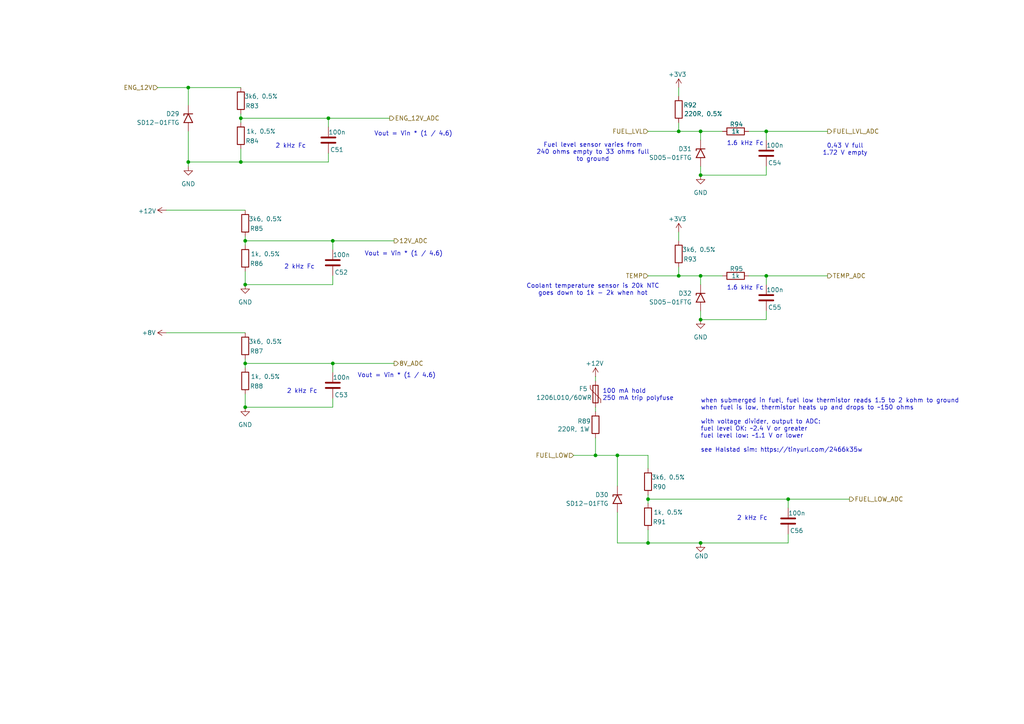
<source format=kicad_sch>
(kicad_sch (version 20231120) (generator "eeschema") (generator_version "8.0")
  (paper "A4")
  (lib_symbols
    (symbol "Device:C" (pin_numbers hide) (pin_names (offset 0.254))
      (property "Reference" "C" (at 0.635 2.54 0))
      (property "Value" "C" (at 0.635 -2.54 0))
      (symbol "C_0_1"
        (polyline (pts (xy -2.032 -0.762) (xy 2.032 -0.762)) (stroke (width 0.508)))
        (polyline (pts (xy -2.032 0.762) (xy 2.032 0.762)) (stroke (width 0.508)))
      )
      (symbol "C_1_1"
        (pin passive line (at 0 3.81 270) (length 2.794) (name "~") (number "1"))
        (pin passive line (at 0 -3.81 90) (length 2.794) (name "~") (number "2"))
      )
    )
    (symbol "Device:Polyfuse" (pin_numbers hide) (pin_names (offset 0))
      (property "Reference" "F" (at -2.54 0 90))
      (property "Value" "Polyfuse" (at 2.54 0 90))
      (symbol "Polyfuse_0_1"
        (rectangle (start -0.762 2.54) (end 0.762 -2.54) (stroke (width 0.254)))
        (polyline (pts (xy 0 2.54) (xy 0 -2.54)))
        (polyline (pts (xy -1.524 2.54) (xy -1.524 1.524) (xy 1.524 -1.524) (xy 1.524 -2.54)))
      )
      (symbol "Polyfuse_1_1"
        (pin passive line (at 0 3.81 270) (length 1.27) (name "~") (number "1"))
        (pin passive line (at 0 -3.81 90) (length 1.27) (name "~") (number "2"))
      )
    )
    (symbol "Device:R" (pin_numbers hide) (pin_names (offset 0))
      (property "Reference" "R" (at 2.032 0 90))
      (property "Value" "R" (at 0 0 90))
      (symbol "R_0_1"
        (rectangle (start -1.016 -2.54) (end 1.016 2.54) (stroke (width 0.254)))
      )
      (symbol "R_1_1"
        (pin passive line (at 0 3.81 270) (length 1.27) (name "~") (number "1"))
        (pin passive line (at 0 -3.81 90) (length 1.27) (name "~") (number "2"))
      )
    )
    (symbol "Diode:SM6T10A" (pin_numbers hide) (pin_names (offset 1.016) hide)
      (property "Reference" "D" (at 0 2.54 0))
      (property "Value" "SM6T10A" (at 0 -2.54 0))
      (symbol "SM6T10A_0_1"
        (polyline (pts (xy -0.762 1.27) (xy -1.27 1.27) (xy -1.27 -1.27)) (stroke (width 0.254)))
        (polyline (pts (xy 1.27 1.27) (xy 1.27 -1.27) (xy -1.27 0) (xy 1.27 1.27)) (stroke (width 0.254)))
      )
      (symbol "SM6T10A_1_1"
        (pin passive line (at -3.81 0 0) (length 2.54) (name "A1") (number "1"))
        (pin passive line (at 3.81 0 180) (length 2.54) (name "A2") (number "2"))
      )
    )
    (symbol "power:+12V" (power) (pin_numbers hide) (pin_names (offset 0) hide)
      (property "Value" "+12V" (at 0 3.556 0))
      (symbol "+12V_0_1"
        (polyline (pts (xy -0.762 1.27) (xy 0 2.54)))
        (polyline (pts (xy 0 0) (xy 0 2.54)))
        (polyline (pts (xy 0 2.54) (xy 0.762 1.27)))
      )
      (symbol "+12V_1_1"
        (pin power_in line (at 0 0 90) (length 0) (name "~") (number "1"))
      )
    )
    (symbol "power:+3V3" (power) (pin_numbers hide) (pin_names (offset 0) hide)
      (property "Value" "+3V3" (at 0 3.556 0))
      (symbol "+3V3_0_1"
        (polyline (pts (xy -0.762 1.27) (xy 0 2.54)))
        (polyline (pts (xy 0 0) (xy 0 2.54)))
        (polyline (pts (xy 0 2.54) (xy 0.762 1.27)))
      )
      (symbol "+3V3_1_1"
        (pin power_in line (at 0 0 90) (length 0) (name "~") (number "1"))
      )
    )
    (symbol "power:+8V" (power) (pin_numbers hide) (pin_names (offset 0) hide)
      (property "Value" "+8V" (at 0 3.556 0))
      (symbol "+8V_0_1"
        (polyline (pts (xy -0.762 1.27) (xy 0 2.54)))
        (polyline (pts (xy 0 0) (xy 0 2.54)))
        (polyline (pts (xy 0 2.54) (xy 0.762 1.27)))
      )
      (symbol "+8V_1_1"
        (pin power_in line (at 0 0 90) (length 0) (name "~") (number "1"))
      )
    )
    (symbol "power:GND" (power) (pin_numbers hide) (pin_names (offset 0) hide)
      (property "Value" "GND" (at 0 -3.81 0))
      (symbol "GND_0_1"
        (polyline (pts (xy 0 0) (xy 0 -1.27) (xy 1.27 -1.27) (xy 0 -2.54) (xy -1.27 -1.27) (xy 0 -1.27)))
      )
      (symbol "GND_1_1"
        (pin power_in line (at 0 0 270) (length 0) (name "~") (number "1"))
      )
    )
  )
  (junction (at 54.61 46.99))
  (junction (at 71.12 69.85))
  (junction (at 203.2 92.71))
  (junction (at 96.52 69.85))
  (junction (at 203.2 157.48))
  (junction (at 69.85 46.99))
  (junction (at 179.07 132.08))
  (junction (at 71.12 105.41))
  (junction (at 187.96 157.48))
  (junction (at 71.12 82.55))
  (junction (at 54.61 25.4))
  (junction (at 228.6 144.78))
  (junction (at 172.72 132.08))
  (junction (at 196.85 80.01))
  (junction (at 196.85 38.1))
  (junction (at 222.25 38.1))
  (junction (at 203.2 80.01))
  (junction (at 96.52 105.41))
  (junction (at 203.2 38.1))
  (junction (at 71.12 118.11))
  (junction (at 69.85 34.29))
  (junction (at 95.25 34.29))
  (junction (at 222.25 80.01))
  (junction (at 203.2 50.8))
  (junction (at 187.96 144.78))
  (wire (pts (xy 203.2 50.8) (xy 222.25 50.8)))
  (wire (pts (xy 172.72 132.08) (xy 179.07 132.08)))
  (wire (pts (xy 203.2 38.1) (xy 203.2 40.64)))
  (wire (pts (xy 96.52 69.85) (xy 114.3 69.85)))
  (wire (pts (xy 95.25 36.83) (xy 95.25 34.29)))
  (wire (pts (xy 54.61 25.4) (xy 54.61 30.48)))
  (wire (pts (xy 187.96 132.08) (xy 187.96 135.89)))
  (wire (pts (xy 71.12 78.74) (xy 71.12 82.55)))
  (wire (pts (xy 222.25 38.1) (xy 240.03 38.1)))
  (wire (pts (xy 179.07 148.59) (xy 179.07 157.48)))
  (wire (pts (xy 69.85 43.18) (xy 69.85 46.99)))
  (wire (pts (xy 172.72 109.22) (xy 172.72 110.49)))
  (wire (pts (xy 96.52 107.95) (xy 96.52 105.41)))
  (wire (pts (xy 172.72 127) (xy 172.72 132.08)))
  (wire (pts (xy 196.85 77.47) (xy 196.85 80.01)))
  (wire (pts (xy 187.96 143.51) (xy 187.96 144.78)))
  (wire (pts (xy 71.12 118.11) (xy 96.52 118.11)))
  (wire (pts (xy 196.85 38.1) (xy 187.96 38.1)))
  (wire (pts (xy 179.07 132.08) (xy 179.07 140.97)))
  (wire (pts (xy 69.85 46.99) (xy 95.25 46.99)))
  (wire (pts (xy 71.12 105.41) (xy 71.12 106.68)))
  (wire (pts (xy 69.85 34.29) (xy 95.25 34.29)))
  (wire (pts (xy 71.12 104.14) (xy 71.12 105.41)))
  (wire (pts (xy 196.85 80.01) (xy 187.96 80.01)))
  (wire (pts (xy 196.85 38.1) (xy 203.2 38.1)))
  (wire (pts (xy 203.2 80.01) (xy 203.2 82.55)))
  (wire (pts (xy 71.12 69.85) (xy 71.12 71.12)))
  (wire (pts (xy 71.12 69.85) (xy 96.52 69.85)))
  (wire (pts (xy 48.26 60.96) (xy 71.12 60.96)))
  (wire (pts (xy 222.25 80.01) (xy 240.03 80.01)))
  (wire (pts (xy 222.25 48.26) (xy 222.25 50.8)))
  (wire (pts (xy 179.07 157.48) (xy 187.96 157.48)))
  (wire (pts (xy 228.6 144.78) (xy 246.38 144.78)))
  (wire (pts (xy 69.85 33.02) (xy 69.85 34.29)))
  (wire (pts (xy 54.61 46.99) (xy 54.61 48.26)))
  (wire (pts (xy 69.85 34.29) (xy 69.85 35.56)))
  (wire (pts (xy 222.25 80.01) (xy 217.17 80.01)))
  (wire (pts (xy 203.2 80.01) (xy 209.55 80.01)))
  (wire (pts (xy 222.25 38.1) (xy 217.17 38.1)))
  (wire (pts (xy 203.2 48.26) (xy 203.2 50.8)))
  (wire (pts (xy 54.61 38.1) (xy 54.61 46.99)))
  (wire (pts (xy 187.96 144.78) (xy 187.96 146.05)))
  (wire (pts (xy 96.52 72.39) (xy 96.52 69.85)))
  (wire (pts (xy 71.12 68.58) (xy 71.12 69.85)))
  (wire (pts (xy 228.6 154.94) (xy 228.6 157.48)))
  (wire (pts (xy 196.85 67.31) (xy 196.85 69.85)))
  (wire (pts (xy 196.85 25.4) (xy 196.85 27.94)))
  (wire (pts (xy 71.12 82.55) (xy 96.52 82.55)))
  (wire (pts (xy 228.6 147.32) (xy 228.6 144.78)))
  (wire (pts (xy 48.26 96.52) (xy 71.12 96.52)))
  (wire (pts (xy 54.61 25.4) (xy 69.85 25.4)))
  (wire (pts (xy 95.25 34.29) (xy 113.03 34.29)))
  (wire (pts (xy 96.52 115.57) (xy 96.52 118.11)))
  (wire (pts (xy 203.2 157.48) (xy 228.6 157.48)))
  (wire (pts (xy 196.85 80.01) (xy 203.2 80.01)))
  (wire (pts (xy 172.72 118.11) (xy 172.72 119.38)))
  (wire (pts (xy 166.37 132.08) (xy 172.72 132.08)))
  (wire (pts (xy 71.12 105.41) (xy 96.52 105.41)))
  (wire (pts (xy 187.96 153.67) (xy 187.96 157.48)))
  (wire (pts (xy 187.96 157.48) (xy 203.2 157.48)))
  (wire (pts (xy 96.52 105.41) (xy 114.3 105.41)))
  (wire (pts (xy 96.52 80.01) (xy 96.52 82.55)))
  (wire (pts (xy 222.25 82.55) (xy 222.25 80.01)))
  (wire (pts (xy 196.85 35.56) (xy 196.85 38.1)))
  (wire (pts (xy 179.07 132.08) (xy 187.96 132.08)))
  (wire (pts (xy 95.25 44.45) (xy 95.25 46.99)))
  (wire (pts (xy 203.2 90.17) (xy 203.2 92.71)))
  (wire (pts (xy 54.61 46.99) (xy 69.85 46.99)))
  (wire (pts (xy 203.2 92.71) (xy 222.25 92.71)))
  (wire (pts (xy 187.96 144.78) (xy 228.6 144.78)))
  (wire (pts (xy 222.25 90.17) (xy 222.25 92.71)))
  (wire (pts (xy 203.2 38.1) (xy 209.55 38.1)))
  (wire (pts (xy 45.72 25.4) (xy 54.61 25.4)))
  (wire (pts (xy 222.25 40.64) (xy 222.25 38.1)))
  (wire (pts (xy 71.12 114.3) (xy 71.12 118.11)))
  (text "2 kHz Fc" (at 87.63 113.538 0) (effects (font (size 1.27 1.27))))
  (text "2 kHz Fc" (at 84.328 42.418 0) (effects (font (size 1.27 1.27))))
  (text "Vout = Vin * (1 / 4.6)" (at 117.094 73.66 0) (effects (font (size 1.27 1.27))))
  (text "2 kHz Fc" (at 86.868 77.47 0) (effects (font (size 1.27 1.27))))
  (text "1.6 kHz Fc" (at 216.154 41.656 0) (effects (font (size 1.27 1.27))))
  (text "Vout = Vin * (1 / 4.6)" (at 119.888 38.862 0) (effects (font (size 1.27 1.27))))
  (text "0.43 V full\n1.72 V empty" (at 245.11 43.434 0) (effects (font (size 1.27 1.27))))
  (text "Vout = Vin * (1 / 4.6)" (at 115.062 108.966 0) (effects (font (size 1.27 1.27))))
  (text "Coolant temperature sensor is 20k NTC\ngoes down to 1k - 2k when hot" (at 171.958 84.074 0) (effects (font (size 1.27 1.27))))
  (text "when submerged in fuel, fuel low thermistor reads 1.5 to 2 kohm to ground\nwhen fuel is low, thermistor heats up and drops to ~150 ohms\n\nwith voltage divider, output to ADC:\nfuel level OK: ~2.4 V or greater\nfuel level low: ~1.1 V or lower\n\nsee Halstad sim: https://tinyurl.com/2466k35w" (at 203.2 123.444 0) (effects (font (size 1.27 1.27)) (justify left)))
  (text "Fuel level sensor varies from\n240 ohms empty to 33 ohms full\nto ground" (at 171.958 44.196 0) (effects (font (size 1.27 1.27))))
  (text "100 mA hold\n250 mA trip polyfuse" (at 174.752 114.554 0) (effects (font (size 1.27 1.27)) (justify left)))
  (text "2 kHz Fc" (at 218.186 150.368 0) (effects (font (size 1.27 1.27))))
  (text "1.6 kHz Fc" (at 216.154 83.566 0) (effects (font (size 1.27 1.27))))
  (hierarchical_label "ENG_12V_ADC" (shape output) (at 113.03 34.29 0))
  (hierarchical_label "FUEL_LVL" (shape input) (at 187.96 38.1 180))
  (hierarchical_label "8V_ADC" (shape output) (at 114.3 105.41 0))
  (hierarchical_label "FUEL_LOW_ADC" (shape output) (at 246.38 144.78 0))
  (hierarchical_label "TEMP" (shape input) (at 187.96 80.01 180))
  (hierarchical_label "FUEL_LOW" (shape input) (at 166.37 132.08 180))
  (hierarchical_label "TEMP_ADC" (shape output) (at 240.03 80.01 0))
  (hierarchical_label "ENG_12V" (shape input) (at 45.72 25.4 180))
  (hierarchical_label "12V_ADC" (shape output) (at 114.3 69.85 0))
  (hierarchical_label "FUEL_LVL_ADC" (shape output) (at 240.03 38.1 0))
  (symbol (lib_id "Device:R") (at 71.12 100.33 0) (unit 1)
    (property "Reference" "R87" (at 74.422 101.854 0))
    (property "Value" "3k6, 0.5%" (at 76.962 99.06 0))
    (property "Footprint" "Resistor_SMD:R_0805_2012Metric_Pad1.20x1.40mm_HandSolder" (effects (hide yes)))
    (property "Description" "Resistor" (effects (hide yes)))
  )
  (symbol (lib_id "Device:C") (at 228.6 151.13 0) (unit 1)
    (property "Reference" "C56" (at 229.108 153.924 0) (effects (justify left)))
    (property "Value" "100n" (at 228.6 148.844 0) (effects (justify left)))
    (property "Footprint" "Capacitor_SMD:C_0805_2012Metric_Pad1.18x1.45mm_HandSolder" (effects (hide yes)))
    (property "Description" "Unpolarized capacitor" (effects (hide yes)))
  )
  (symbol (lib_id "Device:C") (at 95.25 40.64 0) (unit 1)
    (property "Reference" "C51" (at 95.758 43.434 0) (effects (justify left)))
    (property "Value" "100n" (at 95.25 38.354 0) (effects (justify left)))
    (property "Footprint" "Capacitor_SMD:C_0805_2012Metric_Pad1.18x1.45mm_HandSolder" (effects (hide yes)))
    (property "Description" "Unpolarized capacitor" (effects (hide yes)))
  )
  (symbol (lib_id "power:GND") (at 71.12 118.11 0) (unit 1)
    (property "Reference" "#PWR0153" (effects (hide yes)))
    (property "Value" "GND" (at 71.12 123.19 0))
    (property "Description" "Power symbol creates a global label with name \"GND\" , ground" (effects (hide yes)))
  )
  (symbol (lib_id "Device:R") (at 187.96 149.86 0) (unit 1)
    (property "Reference" "R91" (at 191.262 151.384 0))
    (property "Value" "1k, 0.5%" (at 193.802 148.59 0))
    (property "Footprint" "Resistor_SMD:R_0805_2012Metric_Pad1.20x1.40mm_HandSolder" (effects (hide yes)))
    (property "Description" "Resistor" (effects (hide yes)))
  )
  (symbol (lib_id "power:GND") (at 54.61 48.26 0) (unit 1)
    (property "Reference" "#PWR0151" (effects (hide yes)))
    (property "Value" "GND" (at 54.61 53.34 0))
    (property "Description" "Power symbol creates a global label with name \"GND\" , ground" (effects (hide yes)))
  )
  (symbol (lib_id "Diode:SM6T10A") (at 179.07 144.78 90) (mirror x) (unit 1)
    (property "Reference" "D30" (at 176.53 143.5099 90) (effects (justify left)))
    (property "Value" "SD12-01FTG" (at 176.53 146.0499 90) (effects (justify left)))
    (property "Footprint" "Diode_SMD:D_SOD-323" (effects (hide yes)))
    (property "Datasheet" "https://www.st.com/resource/en/datasheet/sm6t.pdf" (effects (hide yes)))
    (property "Description" "600W unidirectional Transil Transient Voltage Suppressor, 10Vrwm, DO-214AA" (effects (hide yes)))
  )
  (symbol (lib_id "power:+3V3") (at 196.85 67.31 0) (unit 1)
    (property "Reference" "#PWR0156" (effects (hide yes)))
    (property "Value" "+3V3" (at 193.802 63.5 0) (effects (justify left)))
    (property "Description" "Power symbol creates a global label with name \"+3V3\"" (effects (hide yes)))
  )
  (symbol (lib_id "power:GND") (at 203.2 92.71 0) (unit 1)
    (property "Reference" "#PWR0158" (effects (hide yes)))
    (property "Value" "GND" (at 203.2 97.79 0))
    (property "Description" "Power symbol creates a global label with name \"GND\" , ground" (effects (hide yes)))
  )
  (symbol (lib_id "Device:R") (at 71.12 110.49 0) (unit 1)
    (property "Reference" "R88" (at 74.422 112.014 0))
    (property "Value" "1k, 0.5%" (at 76.962 109.22 0))
    (property "Footprint" "Resistor_SMD:R_0805_2012Metric_Pad1.20x1.40mm_HandSolder" (effects (hide yes)))
    (property "Description" "Resistor" (effects (hide yes)))
  )
  (symbol (lib_id "Device:C") (at 96.52 111.76 0) (unit 1)
    (property "Reference" "C53" (at 97.028 114.554 0) (effects (justify left)))
    (property "Value" "100n" (at 96.52 109.474 0) (effects (justify left)))
    (property "Footprint" "Capacitor_SMD:C_0805_2012Metric_Pad1.18x1.45mm_HandSolder" (effects (hide yes)))
    (property "Description" "Unpolarized capacitor" (effects (hide yes)))
  )
  (symbol (lib_id "Device:R") (at 71.12 74.93 0) (unit 1)
    (property "Reference" "R86" (at 74.422 76.454 0))
    (property "Value" "1k, 0.5%" (at 76.962 73.66 0))
    (property "Footprint" "Resistor_SMD:R_0805_2012Metric_Pad1.20x1.40mm_HandSolder" (effects (hide yes)))
    (property "Description" "Resistor" (effects (hide yes)))
  )
  (symbol (lib_id "Device:C") (at 96.52 76.2 0) (unit 1)
    (property "Reference" "C52" (at 97.028 78.994 0) (effects (justify left)))
    (property "Value" "100n" (at 96.52 73.914 0) (effects (justify left)))
    (property "Footprint" "Capacitor_SMD:C_0805_2012Metric_Pad1.18x1.45mm_HandSolder" (effects (hide yes)))
    (property "Description" "Unpolarized capacitor" (effects (hide yes)))
  )
  (symbol (lib_id "power:GND") (at 71.12 82.55 0) (unit 1)
    (property "Reference" "#PWR0152" (effects (hide yes)))
    (property "Value" "GND" (at 71.12 87.63 0))
    (property "Description" "Power symbol creates a global label with name \"GND\" , ground" (effects (hide yes)))
  )
  (symbol (lib_id "Device:R") (at 69.85 39.37 0) (unit 1)
    (property "Reference" "R84" (at 73.152 40.894 0))
    (property "Value" "1k, 0.5%" (at 75.692 38.1 0))
    (property "Footprint" "Resistor_SMD:R_0805_2012Metric_Pad1.20x1.40mm_HandSolder" (effects (hide yes)))
    (property "Description" "Resistor" (effects (hide yes)))
  )
  (symbol (lib_id "Device:R") (at 213.36 80.01 90) (unit 1)
    (property "Reference" "R95" (at 213.614 77.978 90))
    (property "Value" "1k" (at 213.36 80.01 90))
    (property "Footprint" "Resistor_SMD:R_0805_2012Metric_Pad1.20x1.40mm_HandSolder" (effects (hide yes)))
    (property "Description" "Resistor" (effects (hide yes)))
  )
  (symbol (lib_id "Diode:SM6T10A") (at 203.2 44.45 90) (mirror x) (unit 1)
    (property "Reference" "D31" (at 200.66 43.1799 90) (effects (justify left)))
    (property "Value" "SD05-01FTG" (at 200.66 45.7199 90) (effects (justify left)))
    (property "Footprint" "Diode_SMD:D_SOD-323" (effects (hide yes)))
    (property "Datasheet" "https://www.st.com/resource/en/datasheet/sm6t.pdf" (effects (hide yes)))
    (property "Description" "600W unidirectional Transil Transient Voltage Suppressor, 10Vrwm, DO-214AA" (effects (hide yes)))
  )
  (symbol (lib_id "Diode:SM6T10A") (at 203.2 86.36 90) (mirror x) (unit 1)
    (property "Reference" "D32" (at 200.66 85.0899 90) (effects (justify left)))
    (property "Value" "SD05-01FTG" (at 200.66 87.6299 90) (effects (justify left)))
    (property "Footprint" "Diode_SMD:D_SOD-323" (effects (hide yes)))
    (property "Datasheet" "https://www.st.com/resource/en/datasheet/sm6t.pdf" (effects (hide yes)))
    (property "Description" "600W unidirectional Transil Transient Voltage Suppressor, 10Vrwm, DO-214AA" (effects (hide yes)))
  )
  (symbol (lib_id "power:GND") (at 203.2 50.8 0) (unit 1)
    (property "Reference" "#PWR0157" (effects (hide yes)))
    (property "Value" "GND" (at 203.2 55.88 0))
    (property "Description" "Power symbol creates a global label with name \"GND\" , ground" (effects (hide yes)))
  )
  (symbol (lib_id "Device:R") (at 187.96 139.7 0) (unit 1)
    (property "Reference" "R90" (at 191.262 141.224 0))
    (property "Value" "3k6, 0.5%" (at 193.802 138.43 0))
    (property "Footprint" "Resistor_SMD:R_0805_2012Metric_Pad1.20x1.40mm_HandSolder" (effects (hide yes)))
    (property "Description" "Resistor" (effects (hide yes)))
  )
  (symbol (lib_id "power:+8V") (at 48.26 96.52 90) (unit 1)
    (property "Reference" "#PWR0150" (effects (hide yes)))
    (property "Value" "+8V" (at 45.212 96.52 90) (effects (justify left)))
    (property "Description" "Power symbol creates a global label with name \"+8V\"" (effects (hide yes)))
  )
  (symbol (lib_id "Device:C") (at 222.25 86.36 0) (unit 1)
    (property "Reference" "C55" (at 222.758 89.154 0) (effects (justify left)))
    (property "Value" "100n" (at 222.25 84.074 0) (effects (justify left)))
    (property "Footprint" "Capacitor_SMD:C_0805_2012Metric_Pad1.18x1.45mm_HandSolder" (effects (hide yes)))
    (property "Description" "Unpolarized capacitor" (effects (hide yes)))
  )
  (symbol (lib_id "Device:R") (at 196.85 31.75 180) (unit 1)
    (property "Reference" "R92" (at 200.152 30.48 0))
    (property "Value" "220R, 0.5%" (at 203.962 33.02 0))
    (property "Footprint" "Resistor_SMD:R_0805_2012Metric_Pad1.20x1.40mm_HandSolder" (effects (hide yes)))
    (property "Description" "Resistor" (effects (hide yes)))
  )
  (symbol (lib_id "Device:C") (at 222.25 44.45 0) (unit 1)
    (property "Reference" "C54" (at 222.758 47.244 0) (effects (justify left)))
    (property "Value" "100n" (at 222.25 42.164 0) (effects (justify left)))
    (property "Footprint" "Capacitor_SMD:C_0805_2012Metric_Pad1.18x1.45mm_HandSolder" (effects (hide yes)))
    (property "Description" "Unpolarized capacitor" (effects (hide yes)))
  )
  (symbol (lib_id "power:+3V3") (at 196.85 25.4 0) (unit 1)
    (property "Reference" "#PWR0155" (effects (hide yes)))
    (property "Value" "+3V3" (at 193.802 21.59 0) (effects (justify left)))
    (property "Description" "Power symbol creates a global label with name \"+3V3\"" (effects (hide yes)))
  )
  (symbol (lib_id "Diode:SM6T10A") (at 54.61 34.29 90) (mirror x) (unit 1)
    (property "Reference" "D29" (at 52.07 33.0199 90) (effects (justify left)))
    (property "Value" "SD12-01FTG" (at 52.07 35.5599 90) (effects (justify left)))
    (property "Footprint" "Diode_SMD:D_SOD-323" (effects (hide yes)))
    (property "Datasheet" "https://www.st.com/resource/en/datasheet/sm6t.pdf" (effects (hide yes)))
    (property "Description" "600W unidirectional Transil Transient Voltage Suppressor, 10Vrwm, DO-214AA" (effects (hide yes)))
  )
  (symbol (lib_id "power:+12V") (at 172.72 109.22 0) (unit 1)
    (property "Reference" "#PWR0154" (effects (hide yes)))
    (property "Value" "+12V" (at 172.466 105.41 0))
    (property "Description" "Power symbol creates a global label with name \"+12V\"" (effects (hide yes)))
  )
  (symbol (lib_id "Device:Polyfuse") (at 172.72 114.3 180) (unit 1)
    (property "Reference" "F5" (at 169.164 112.776 0))
    (property "Value" "1206L010/60WR" (at 163.576 115.316 0))
    (property "Footprint" "Fuse:Fuse_1206_3216Metric" (effects (hide yes)))
    (property "Description" "Resettable fuse, polymeric positive temperature coefficient" (effects (hide yes)))
  )
  (symbol (lib_id "Device:R") (at 172.72 123.19 180) (unit 1)
    (property "Reference" "R89" (at 169.418 122.174 0))
    (property "Value" "220R, 1W" (at 166.37 124.46 0))
    (property "Footprint" "Resistor_SMD:R_2512_6332Metric" (effects (hide yes)))
    (property "Description" "Resistor" (effects (hide yes)))
  )
  (symbol (lib_id "Device:R") (at 213.36 38.1 90) (unit 1)
    (property "Reference" "R94" (at 213.614 36.068 90))
    (property "Value" "1k" (at 213.36 38.1 90))
    (property "Footprint" "Resistor_SMD:R_0805_2012Metric_Pad1.20x1.40mm_HandSolder" (effects (hide yes)))
    (property "Description" "Resistor" (effects (hide yes)))
  )
  (symbol (lib_id "Device:R") (at 196.85 73.66 0) (unit 1)
    (property "Reference" "R93" (at 200.152 75.184 0))
    (property "Value" "3k6, 0.5%" (at 202.692 72.39 0))
    (property "Footprint" "Resistor_SMD:R_0805_2012Metric_Pad1.20x1.40mm_HandSolder" (effects (hide yes)))
    (property "Description" "Resistor" (effects (hide yes)))
  )
  (symbol (lib_id "Device:R") (at 69.85 29.21 0) (unit 1)
    (property "Reference" "R83" (at 73.152 30.734 0))
    (property "Value" "3k6, 0.5%" (at 75.692 27.94 0))
    (property "Footprint" "Resistor_SMD:R_0805_2012Metric_Pad1.20x1.40mm_HandSolder" (effects (hide yes)))
    (property "Description" "Resistor" (effects (hide yes)))
  )
  (symbol (lib_id "Device:R") (at 71.12 64.77 0) (unit 1)
    (property "Reference" "R85" (at 74.422 66.294 0))
    (property "Value" "3k6, 0.5%" (at 76.962 63.5 0))
    (property "Footprint" "Resistor_SMD:R_0805_2012Metric_Pad1.20x1.40mm_HandSolder" (effects (hide yes)))
    (property "Description" "Resistor" (effects (hide yes)))
  )
  (symbol (lib_id "power:GND") (at 203.2 157.48 0) (unit 1)
    (property "Reference" "#PWR0159" (effects (hide yes)))
    (property "Value" "GND" (at 203.454 161.29 0))
    (property "Description" "Power symbol creates a global label with name \"GND\" , ground" (effects (hide yes)))
  )
  (symbol (lib_id "power:+12V") (at 48.26 60.96 90) (unit 1)
    (property "Reference" "#PWR0149" (effects (hide yes)))
    (property "Value" "+12V" (at 42.672 61.214 90))
    (property "Description" "Power symbol creates a global label with name \"+12V\"" (effects (hide yes)))
  )
)
</source>
